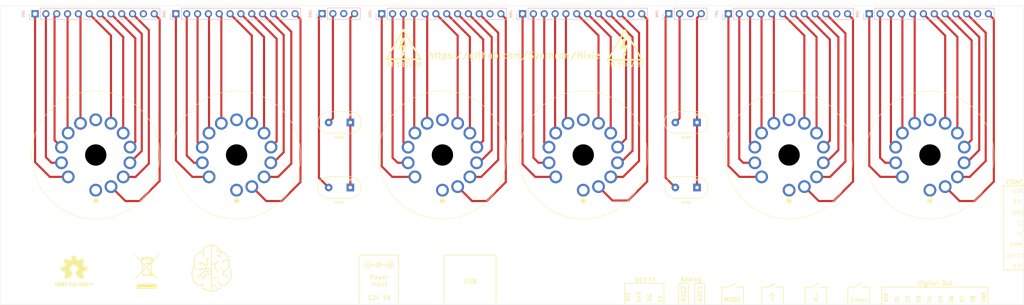
<source format=kicad_pcb>
(kicad_pcb (version 20240108) (generator "pcbnew") (generator_version "8.0")
  (layers (0 "F.Cu" signal) (31 "B.Cu" signal) (34 "B.Paste" user) (35 "F.Paste" user) (36 "B.SilkS" user "B.Silkscreen") (37 "F.SilkS" user "F.Silkscreen") (38 "B.Mask" user) (39 "F.Mask" user) (44 "Edge.Cuts" user))
  (net 0 "")
  (net 2 "Net-(J201-Pin_4)")
  (net 3 "Net-(J201-Pin_10)")
  (net 4 "Net-(J201-Pin_2)")
  (net 5 "Net-(J201-Pin_6)")
  (net 6 "Net-(J201-Pin_8)")
  (net 7 "Net-(J201-Pin_9)")
  (net 8 "Net-(J201-Pin_5)")
  (net 9 "Net-(J201-Pin_7)")
  (net 10 "Net-(J201-Pin_3)")
  (net 11 "Net-(J201-Pin_1)")
  (net 12 "Net-(J201-Pin_12)")
  (net 13 "Net-(J202-Pin_3)")
  (net 14 "Net-(J202-Pin_1)")
  (net 15 "Net-(J202-Pin_2)")
  (net 16 "Net-(J202-Pin_7)")
  (net 17 "Net-(J202-Pin_6)")
  (net 18 "Net-(J202-Pin_4)")
  (net 20 "Net-(J202-Pin_10)")
  (net 21 "Net-(J202-Pin_8)")
  (net 22 "Net-(J202-Pin_9)")
  (net 23 "Net-(J202-Pin_5)")
  (net 24 "Net-(J202-Pin_12)")
  (net 25 "Net-(J203-Pin_1)")
  (net 26 "Net-(J203-Pin_4)")
  (net 28 "Net-(J203-Pin_2)")
  (net 29 "Net-(J204-Pin_7)")
  (net 30 "Net-(J204-Pin_1)")
  (net 31 "Net-(J204-Pin_8)")
  (net 32 "Net-(J204-Pin_10)")
  (net 33 "Net-(J204-Pin_9)")
  (net 35 "Net-(J204-Pin_2)")
  (net 36 "Net-(J204-Pin_6)")
  (net 37 "Net-(J204-Pin_3)")
  (net 38 "Net-(J204-Pin_5)")
  (net 39 "Net-(J204-Pin_12)")
  (net 40 "Net-(J204-Pin_4)")
  (net 42 "Net-(J205-Pin_7)")
  (net 43 "Net-(J205-Pin_9)")
  (net 44 "Net-(J205-Pin_5)")
  (net 45 "Net-(J205-Pin_4)")
  (net 46 "Net-(J205-Pin_1)")
  (net 47 "Net-(J205-Pin_12)")
  (net 48 "Net-(J205-Pin_8)")
  (net 49 "Net-(J205-Pin_10)")
  (net 50 "Net-(J205-Pin_2)")
  (net 51 "Net-(J205-Pin_3)")
  (net 52 "Net-(J205-Pin_6)")
  (net 54 "Net-(J206-Pin_2)")
  (net 55 "Net-(J206-Pin_1)")
  (net 56 "Net-(J206-Pin_4)")
  (net 57 "Net-(J207-Pin_8)")
  (net 58 "Net-(J207-Pin_12)")
  (net 59 "Net-(J207-Pin_4)")
  (net 60 "Net-(J207-Pin_3)")
  (net 61 "Net-(J207-Pin_9)")
  (net 62 "Net-(J207-Pin_7)")
  (net 64 "Net-(J207-Pin_10)")
  (net 65 "Net-(J207-Pin_2)")
  (net 66 "Net-(J207-Pin_6)")
  (net 67 "Net-(J207-Pin_5)")
  (net 68 "Net-(J207-Pin_1)")
  (net 69 "Net-(J208-Pin_12)")
  (net 71 "Net-(J208-Pin_9)")
  (net 72 "Net-(J208-Pin_10)")
  (net 73 "Net-(J208-Pin_3)")
  (net 74 "Net-(J208-Pin_5)")
  (net 75 "Net-(J208-Pin_1)")
  (net 76 "Net-(J208-Pin_4)")
  (net 77 "Net-(J208-Pin_6)")
  (net 78 "Net-(J208-Pin_7)")
  (net 79 "Net-(J208-Pin_8)")
  (net 80 "Net-(J208-Pin_2)")
  (footprint "Symbol:WEEE-Logo_5.6x8mm_SilkScreen" (layer "F.Cu") (at 59.182 114.189)
    (property "Reference" "REF**" (hide yes))
    (property "Value" "WEEE-Logo_5.6x8mm_SilkScreen" (hide yes))
  )
  (footprint "Eigene:B13B" (layer "F.Cu") (at 80.266 86.883)
    (property "Reference" "U202")
    (property "Value" "Z5600M")
  )
  (footprint "MountingHole:MountingHole_3.2mm_M3_DIN965" (layer "F.Cu") (at 104.394 105.172)
    (property "Reference" "REF**" (hide yes))
    (property "Value" "MountingHole_3.2mm_M3_DIN965" (hide yes))
  )
  (footprint "Valve:Valve_Glimm" (layer "F.Cu") (at 188.216 79.263 180)
    (property "Reference" "NE203")
    (property "Value" "NE-2")
  )
  (footprint "Symbol:OSHW-Logo2_9.8x8mm_SilkScreen" (layer "F.Cu") (at 42.164 114.189)
    (property "Reference" "REF**" (hide yes))
    (property "Value" "OSHW-Logo2_9.8x8mm_SilkScreen" (hide yes))
  )
  (footprint "MountingHole:MountingHole_3.2mm_M3_DIN965" (layer "F.Cu") (at 185.801 105.172)
    (property "Reference" "REF**" (hide yes))
    (property "Value" "MountingHole_3.2mm_M3_DIN965" (hide yes))
  )
  (footprint "MountingHole:MountingHole_3.2mm_M3_DIN965" (layer "F.Cu") (at 27.874 118.883)
    (property "Reference" "REF**" (hide yes))
    (property "Value" "MountingHole_3.2mm_M3_DIN965" (hide yes))
  )
  (footprint "Symbol:Symbol_HighVoltage_Triangle_8x7mm_Copper" (layer "F.Cu") (at 171.323 61.103)
    (property "Reference" "REF**" (hide yes))
    (property "Value" "Symbol_HighVoltage_Triangle_8x7mm_Copper" (hide yes))
  )
  (footprint "MountingHole:MountingHole_3.2mm_M3_DIN965" (layer "F.Cu") (at 27.874 54.931)
    (property "Reference" "REF**" (hide yes))
    (property "Value" "MountingHole_3.2mm_M3_DIN965" (hide yes))
  )
  (footprint "Valve:Valve_Glimm" (layer "F.Cu") (at 188.216 94.503 180)
    (property "Reference" "NE204")
    (property "Value" "NE-2")
  )
  (footprint "Eigene:logo" (layer "F.Cu") (at 74.422 113.411)
    (property "Reference" "G***" (hide yes))
    (property "Value" "LOGO" (hide yes))
  )
  (footprint "Valve:Valve_Glimm" (layer "F.Cu") (at 106.936 94.503 180)
    (property "Reference" "NE202")
    (property "Value" "NE-2")
  )
  (footprint "Eigene:B13B" (layer "F.Cu") (at 242.826 86.883)
    (property "Reference" "U206")
    (property "Value" "Z5600M")
  )
  (footprint "Valve:Valve_Glimm" (layer "F.Cu") (at 106.936 79.263 180)
    (property "Reference" "NE201")
    (property "Value" "NE-2")
  )
  (footprint "Eigene:B13B" (layer "F.Cu") (at 209.806 86.883)
    (property "Reference" "U205")
    (property "Value" "Z5600M")
  )
  (footprint "MountingHole:MountingHole_3.2mm_M3_DIN965" (layer "F.Cu") (at 261.826 54.931)
    (property "Reference" "REF**" (hide yes))
    (property "Value" "MountingHole_3.2mm_M3_DIN965" (hide yes))
  )
  (footprint "MountingHole:MountingHole_3.2mm_M3_DIN965" (layer "F.Cu") (at 261.826 118.883)
    (property "Reference" "REF**" (hide yes))
    (property "Value" "MountingHole_3.2mm_M3_DIN965" (hide yes))
  )
  (footprint "MountingHole:MountingHole_3.2mm_M3_DIN965" (layer "F.Cu") (at 145.73 118.883)
    (property "Reference" "REF**" (hide yes))
    (property "Value" "MountingHole_3.2mm_M3_DIN965" (hide yes))
  )
  (footprint "Eigene:B13B" (layer "F.Cu") (at 161.546 86.883)
    (property "Reference" "U204")
    (property "Value" "Z5600M")
  )
  (footprint "Eigene:B13B" (layer "F.Cu") (at 47.246 86.883)
    (property "Reference" "U201")
    (property "Value" "Z5600M")
  )
  (footprint "Eigene:B13B" (layer "F.Cu") (at 128.526 86.883)
    (property "Reference" "U203")
    (property "Value" "Z5600M")
  )
  (footprint "Symbol:Symbol_HighVoltage_Triangle_8x7mm_Copper" (layer "F.Cu") (at 119.38 60.976)
    (property "Reference" "REF**" (hide yes))
    (property "Value" "Symbol_HighVoltage_Triangle_8x7mm_Copper" (hide yes))
  )
  (footprint "Connector_PinSocket_2.54mm:PinSocket_1x12_P2.54mm_Vertical" (layer "B.Cu") (at 33.02 53.788 -90)
    (property "Reference" "J201")
    (property "Value" "Hr_Ten")
  )
  (footprint "Connector_PinSocket_2.54mm:PinSocket_1x12_P2.54mm_Vertical" (layer "B.Cu") (at 228.6 53.788 -90)
    (property "Reference" "J208")
    (property "Value" "Sec_One")
  )
  (footprint "Connector_PinSocket_2.54mm:PinSocket_1x04_P2.54mm_Vertical" (layer "B.Cu") (at 181.59 53.763 -90)
    (property "Reference" "J206")
    (property "Value" "Min_dot")
  )
  (footprint "Connector_PinSocket_2.54mm:PinSocket_1x12_P2.54mm_Vertical" (layer "B.Cu") (at 66.04 53.788 -90)
    (property "Reference" "J202")
    (property "Value" "Hr_One")
  )
  (footprint "Connector_PinSocket_2.54mm:PinSocket_1x12_P2.54mm_Vertical" (layer "B.Cu") (at 114.3 53.788 -90)
    (property "Reference" "J204")
    (property "Value" "Min_Ten")
  )
  (footprint "Connector_PinSocket_2.54mm:PinSocket_1x04_P2.54mm_Vertical" (layer "B.Cu") (at 100.31 53.738 -90)
    (property "Reference" "J203")
    (property "Value" "Min_dot")
  )
  (footprint "Connector_PinSocket_2.54mm:PinSocket_1x12_P2.54mm_Vertical" (layer "B.Cu") (at 147.32 53.788 -90)
    (property "Reference" "J205")
    (property "Value" "Min_One")
  )
  (footprint "Connector_PinSocket_2.54mm:PinSocket_1x12_P2.54mm_Vertical" (layer "B.Cu") (at 195.58 53.788 -90)
    (property "Reference" "J207")
    (property "Value" "Sec_Ten")
  )
  (gr_line (start 128.905 110.379) (end 141.097 110.379) (stroke (width 0.15)) (layer "F.SilkS"))
  (gr_line (start 195.453 117.872) (end 197.231 116.983) (stroke (width 0.15)) (layer "F.SilkS"))
  (gr_line (start 205.867 119.142) (end 206.502 120.031) (stroke (width 0.15)) (layer "F.SilkS"))
  (gr_line (start 199.136 117.872) (end 199.136 121.809) (stroke (width 0.15)) (layer "F.SilkS"))
  (gr_line (start 112.94658 112.665) (end 111.76 112.665) (stroke (width 0.15)) (layer "F.SilkS"))
  (gr_line (start 118.237 110.379) (end 118.237 121.793) (stroke (width 0.15)) (layer "F.SilkS"))
  (gr_line (start 183.896 121.809) (end 183.896 116.983) (stroke (width 0.15)) (layer "F.SilkS"))
  (gr_line (start 223.5835 117.872) (end 224.9805 117.872) (stroke (width 0.15)) (layer "F.SilkS"))
  (gr_line (start 197.485 117.872) (end 199.136 117.872) (stroke (width 0.15)) (layer "F.SilkS"))
  (gr_line (start 214.9475 117.872) (end 216.7255 116.983) (stroke (width 0.15)) (layer "F.SilkS"))
  (gr_line (start 231.521 121.936) (end 231.521 117.872) (stroke (width 0.15)) (layer "F.SilkS"))
  (gr_line (start 206.8195 117.872) (end 208.4705 117.872) (stroke (width 0.15)) (layer "F.SilkS"))
  (gr_line (start 227.0125 117.872) (end 228.6635 117.872) (stroke (width 0.15)) (layer "F.SilkS"))
  (gr_line (start 205.867 121.174) (end 205.867 119.142) (stroke (width 0.15)) (layer "F.SilkS"))
  (gr_line (start 186.182 116.983) (end 186.182 121.809) (stroke (width 0.15)) (layer "F.SilkS"))
  (gr_line (start 260.096 113.808) (end 260.096 94.123) (stroke (width 0.15)) (layer "F.SilkS"))
  (gr_line (start 216.154 121.174) (end 215.519 120.285) (stroke (width 0.15)) (layer "F.SilkS"))
  (gr_line (start 224.9805 117.872) (end 226.7585 116.983) (stroke (width 0.15)) (layer "F.SilkS"))
  (gr_circle (center 110.998 112.665) (end 110.236 112.665) (stroke (width 0.15)) (fill none) (layer "F.SilkS"))
  (gr_line (start 108.966 110.379) (end 108.966 121.793) (stroke (width 0.15)) (layer "F.SilkS"))
  (gr_line (start 256.413 117.872) (end 256.413 121.809) (stroke (width 0.15)) (layer "F.SilkS"))
  (gr_circle (center 113.665 112.665) (end 113.965 112.665) (stroke (width 0.15)) (fill solid) (layer "F.SilkS"))
  (gr_line (start 231.521 117.872) (end 256.413 117.872) (stroke (width 0.15)) (layer "F.SilkS"))
  (gr_line (start 264.795 113.808) (end 260.096 113.808) (stroke (width 0.15)) (layer "F.SilkS"))
  (gr_line (start 171.196 116.983) (end 180.467 116.983) (stroke (width 0.15)) (layer "F.SilkS"))
  (gr_line (start 194.056 117.872) (end 195.453 117.872) (stroke (width 0.15)) (layer "F.SilkS"))
  (gr_line (start 223.5835 121.809) (end 223.5835 117.872) (stroke (width 0.15)) (layer "F.SilkS"))
  (gr_line (start 187.706 121.809) (end 187.706 116.983) (stroke (width 0.15)) (layer "F.SilkS"))
  (gr_line (start 180.467 116.983) (end 180.467 121.809) (stroke (width 0.15)) (layer "F.SilkS"))
  (gr_line (start 128.905 110.379) (end 128.905 121.809) (stroke (width 0.15)) (layer "F.SilkS"))
  (gr_line (start 203.3905 117.872) (end 204.7875 117.872) (stroke (width 0.15)) (layer "F.SilkS"))
  (gr_line (start 260.096 94.123) (end 264.795 94.123) (stroke (width 0.15)) (layer "F.SilkS"))
  (gr_line (start 216.154 119.142) (end 216.154 121.174) (stroke (width 0.15)) (layer "F.SilkS"))
  (gr_line (start 171.196 121.809) (end 171.196 116.983) (stroke (width 0.15)) (layer "F.SilkS"))
  (gr_circle (center 116.332 112.665) (end 115.57 112.665) (stroke (width 0.15)) (fill none) (layer "F.SilkS"))
  (gr_line (start 187.706 116.983) (end 189.992 116.983) (stroke (width 0.15)) (layer "F.SilkS"))
  (gr_line (start 113.665 112.665) (end 115.57 112.665) (stroke (width 0.15)) (layer "F.SilkS"))
  (gr_line (start 194.056 121.809) (end 194.056 117.872) (stroke (width 0.15)) (layer "F.SilkS"))
  (gr_line (start 189.992 116.983) (end 189.992 121.809) (stroke (width 0.15)) (layer "F.SilkS"))
  (gr_line (start 203.3905 121.809) (end 203.3905 117.872) (stroke (width 0.15)) (layer "F.SilkS"))
  (gr_line (start 183.896 116.983) (end 186.182 116.983) (stroke (width 0.15)) (layer "F.SilkS"))
  (gr_line (start 228.6635 117.872) (end 228.6635 121.809) (stroke (width 0.15)) (layer "F.SilkS"))
  (gr_line (start 216.154 121.174) (end 216.789 120.285) (stroke (width 0.15)) (layer "F.SilkS"))
  (gr_line (start 204.7875 117.872) (end 206.5655 116.983) (stroke (width 0.15)) (layer "F.SilkS"))
  (gr_line (start 205.867 119.142) (end 205.232 120.031) (stroke (width 0.15)) (layer "F.SilkS"))
  (gr_line (start 218.6305 117.872) (end 218.6305 121.809) (stroke (width 0.15)) (layer "F.SilkS"))
  (gr_line (start 108.966 110.379) (end 118.237 110.379) (stroke (width 0.15)) (layer "F.SilkS"))
  (gr_line (start 141.097 110.379) (end 141.097 121.809) (stroke (width 0.15)) (layer "F.SilkS"))
  (gr_line (start 213.5505 121.809) (end 213.5505 117.872) (stroke (width 0.15)) (layer "F.SilkS"))
  (gr_arc (start 114.173 113.046) (mid 113.03 112.665) (end 114.173 112.284) (stroke (width 0.15)) (layer "F.SilkS"))
  (gr_line (start 213.5505 117.872) (end 214.9475 117.872) (stroke (width 0.15)) (layer "F.SilkS"))
  (gr_line (start 208.4705 117.872) (end 208.4705 121.809) (stroke (width 0.15)) (layer "F.SilkS"))
  (gr_line (start 216.9795 117.872) (end 218.6305 117.872) (stroke (width 0.15)) (layer "F.SilkS"))
  (gr_line (start 24.826 51.883) (end 264.826 51.883) (stroke (width 0.05)) (layer "Edge.Cuts"))
  (gr_line (start 264.826 121.883) (end 24.826 121.883) (stroke (width 0.05)) (layer "Edge.Cuts"))
  (gr_line (start 24.826 121.883) (end 24.826 51.883) (stroke (width 0.05)) (layer "Edge.Cuts"))
  (gr_line (start 264.826 51.883) (end 264.826 121.883) (stroke (width 0.05)) (layer "Edge.Cuts"))
  (gr_text "MODE" (at 194.437 121.428 0) (layer "F.SilkS") (effects (font (size 1 1)) (justify left bottom)))
  (gr_text "+" (at 115.631415 113.19153 0) (layer "F.SilkS") (effects (font (size 1 1)) (justify left bottom)))
  (gr_text "T2" (at 263.144 103.394 0) (layer "F.SilkS") (effects (font (size 0.8 0.8) (thickness 0.1)) (justify left bottom)))
  (gr_text "3V3\n\nGND\n\nSIG\n\nEN" (at 180.086 121.428 90) (layer "F.SilkS") (effects (font (size 0.79 0.79)) (justify left bottom)))
  (gr_text "DCF77" (at 173.609 116.856 0) (layer "F.SilkS") (effects (font (size 1 1)) (justify left bottom)))
  (gr_text "DIMM" (at 261.493 108.347 0) (layer "F.SilkS") (effects (font (size 0.8 0.8) (thickness 0.1)) (justify left bottom)))
  (gr_text "USB" (at 133.477 117.11 0) (layer "F.SilkS") (effects (font (size 1 1)) (justify left bottom)))
  (gr_text "ADC1" (at 189.484 121.428 90) (layer "F.SilkS") (effects (font (size 1 1)) (justify left bottom)))
  (gr_text "RTC" (at 262.255 98.314 0) (layer "F.SilkS") (effects (font (size 0.8 0.8) (thickness 0.1)) (justify left bottom)))
  (gr_text "CONF" (at 260.604 93.869 0) (layer "F.SilkS") (effects (font (size 1 1)) (justify left bottom)))
  (gr_text "3V3\n\nO1\n\nO2\n\nO3\n\nO4\n\nO5\n\nO6\n\nO7\n\nO8\n\nGND" (at 255.905 121.555 90) (layer "F.SilkS") (effects (font (size 0.79 0.78)) (justify left bottom)))
  (gr_text "Digital Out" (at 239.903 117.491 0) (layer "F.SilkS") (effects (font (size 1 1)) (justify left bottom)))
  (gr_text "USB" (at 262.128 95.774 0) (layer "F.SilkS") (effects (font (size 0.8 0.8) (thickness 0.1)) (justify left bottom)))
  (gr_text "T1" (at 263.144 105.934 0) (layer "F.SilkS") (effects (font (size 0.8 0.8) (thickness 0.1)) (justify left bottom)))
  (gr_text "LDR2" (at 261.62 100.854 0) (layer "F.SilkS") (effects (font (size 0.8 0.8) (thickness 0.1)) (justify left bottom)))
  (gr_text "Power\nInput\n\n12V 1A" (at 113.665 120.92 0) (layer "F.SilkS") (effects (font (size 1 1)) (justify bottom)))
  (gr_text "-" (at 110.316519 113.150223 0) (layer "F.SilkS") (effects (font (size 1 1)) (justify left bottom)))
  (gr_text "DCF77" (at 260.731 111.014 0) (layer "F.SilkS") (effects (font (size 0.8 0.8) (thickness 0.1)) (justify left bottom)))
  (gr_text "!!! 180V !!!" (at 167.386 66.31 0) (layer "F.SilkS") (effects (font (size 1 1)) (justify left bottom)))
  (gr_text "https://github.com/Synthron/Nixie" (at 125.095 64.405 0) (layer "F.SilkS") (effects (font (size 1.5 1.5) (thickness 0.2)) (justify left bottom)))
  (gr_text "Analog" (at 184.277 116.602 0) (layer "F.SilkS") (effects (font (size 1 1)) (justify left bottom)))
  (gr_text "NTP" (at 262.128 113.427 0) (layer "F.SilkS") (effects (font (size 0.8 0.8) (thickness 0.1)) (justify left bottom)))
  (gr_text "!!! 180V !!!" (at 115.443 66.31 0) (layer "F.SilkS") (effects (font (size 1 1)) (justify left bottom)))
  (gr_text "ADC2" (at 185.674 121.428 90) (layer "F.SilkS") (effects (font (size 1 1)) (justify left bottom)))
  (gr_text "Enter" (at 224.155 121.555 0) (layer "F.SilkS") (effects (font (size 1 1)) (justify left bottom)))
  (segment (start 40.64 81.588982) (end 40.78734 81.736322) (width 0.5) (layer "F.Cu") (net 2))
  (segment (start 40.64 53.788) (end 40.64 81.588982) (width 0.5) (layer "F.Cu") (net 2))
  (segment (start 59.69 88.916) (end 56.590441 92.015559) (width 0.5) (layer "F.Cu") (net 3))
  (segment (start 55.88 53.788) (end 59.69 57.598) (width 0.5) (layer "F.Cu") (net 3))
  (segment (start 56.590441 92.015559) (end 53.692803 92.015559) (width 0.5) (layer "F.Cu") (net 3))
  (segment (start 59.69 57.598) (end 59.69 88.916) (width 0.5) (layer "F.Cu") (net 3))
  (segment (start 35.56 53.788) (end 35.56 87.392) (width 0.5) (layer "F.Cu") (net 4))
  (segment (start 36.874881 88.706881) (end 39.212908 88.706881) (width 0.5) (layer "F.Cu") (net 4))
  (segment (start 35.56 87.392) (end 36.874881 88.706881) (width 0.5) (layer "F.Cu") (net 4))
  (segment (start 50.820421 79.450924) (end 50.820421 58.888421) (width 0.5) (layer "F.Cu") (net 5))
  (segment (start 50.820421 58.888421) (end 45.72 53.788) (width 0.5) (layer "F.Cu") (net 5))
  (segment (start 56.515 59.503) (end 56.515 83.8233) (width 0.5) (layer "F.Cu") (net 6))
  (segment (start 50.8 53.788) (end 56.515 59.503) (width 0.5) (layer "F.Cu") (net 6))
  (segment (start 56.515 83.8233) (end 55.309042 85.029258) (width 0.5) (layer "F.Cu") (net 6))
  (segment (start 58.039 58.487) (end 58.039 85.933672) (width 0.5) (layer "F.Cu") (net 7))
  (segment (start 53.34 53.788) (end 58.039 58.487) (width 0.5) (layer "F.Cu") (net 7))
  (segment (start 58.039 85.933672) (end 55.265488 88.707184) (width 0.5) (layer "F.Cu") (net 7))
  (segment (start 43.670445 54.278445) (end 43.18 53.788) (width 0.5) (layer "F.Cu") (net 8))
  (segment (start 43.670445 79.455147) (end 43.670445 54.278445) (width 0.5) (layer "F.Cu") (net 8))
  (segment (start 48.26 53.788) (end 53.68449 59.21249) (width 0.5) (layer "F.Cu") (net 9))
  (segment (start 53.68449 59.21249) (end 53.68449 81.751252) (width 0.5) (layer "F.Cu") (net 9))
  (segment (start 38.1 53.788) (end 37.592 54.296) (width 0.5) (layer "F.Cu") (net 10))
  (segment (start 37.592 83.430808) (end 39.20732 85.046128) (width 0.5) (layer "F.Cu") (net 10))
  (segment (start 37.592 54.296) (end 37.592 83.430808) (width 0.5) (layer "F.Cu") (net 10))
  (segment (start 33.02 53.788) (end 33.02 88.554345) (width 0.5) (layer "F.Cu") (net 11))
  (segment (start 36.479398 92.013743) (end 40.799942 92.013743) (width 0.5) (layer "F.Cu") (net 11))
  (segment (start 33.02 88.554345) (end 36.479398 92.013743) (width 0.5) (layer "F.Cu") (net 11))
  (segment (start 62.23 92.98) (end 57.531 97.679) (width 0.5) (layer "F.Cu") (net 12))
  (segment (start 57.531 97.679) (end 54.203816 97.679) (width 0.5) (layer "F.Cu") (net 12))
  (segment (start 62.23 55.058) (end 62.23 92.98) (width 0.5) (layer "F.Cu") (net 12))
  (segment (start 54.203816 97.679) (end 50.826405 94.301589) (width 0.5) (layer "F.Cu") (net 12))
  (segment (start 60.96 53.788) (end 62.23 55.058) (width 0.5) (layer "F.Cu") (net 12))
  (segment (start 72.22732 85.046128) (end 71.12 83.938808) (width 0.5) (layer "F.Cu") (net 13))
  (segment (start 71.12 83.938808) (end 71.12 53.788) (width 0.5) (layer "F.Cu") (net 13))
  (segment (start 73.819942 92.013743) (end 69.899743 92.013743) (width 0.5) (layer "F.Cu") (net 14))
  (segment (start 66.04 88.154) (end 66.04 53.788) (width 0.5) (layer "F.Cu") (net 14))
  (segment (start 69.899743 92.013743) (end 66.04 88.154) (width 0.5) (layer "F.Cu") (net 14))
  (segment (start 68.58 87.011) (end 68.58 53.788) (width 0.5) (layer "F.Cu") (net 15))
  (segment (start 72.232908 88.706881) (end 70.275881 88.706881) (width 0.5) (layer "F.Cu") (net 15))
  (segment (start 70.275881 88.706881) (end 68.58 87.011) (width 0.5) (layer "F.Cu") (net 15))
  (segment (start 86.70449 59.21249) (end 86.70449 81.751252) (width 0.5) (layer "F.Cu") (net 16))
  (segment (start 81.28 53.788) (end 86.70449 59.21249) (width 0.5) (layer "F.Cu") (net 16))
  (segment (start 83.840421 79.450924) (end 83.840421 58.888421) (width 0.5) (layer "F.Cu") (net 17))
  (segment (start 83.840421 58.888421) (end 78.74 53.788) (width 0.5) (layer "F.Cu") (net 17))
  (segment (start 73.80734 53.93534) (end 73.66 53.788) (width 0.5) (layer "F.Cu") (net 18))
  (segment (start 73.80734 81.736322) (end 73.80734 53.93534) (width 0.5) (layer "F.Cu") (net 18))
  (segment (start 88.9 53.788) (end 93.091 57.979) (width 0.5) (layer "F.Cu") (net 20))
  (segment (start 93.091 57.979) (end 93.091 88.916) (width 0.5) (layer "F.Cu") (net 20))
  (segment (start 89.991441 92.015559) (end 86.712803 92.015559) (width 0.5) (layer "F.Cu") (net 20))
  (segment (start 93.091 88.916) (end 89.991441 92.015559) (width 0.5) (layer "F.Cu") (net 20))
  (segment (start 89.662 83.6963) (end 88.329042 85.029258) (width 0.5) (layer "F.Cu") (net 21))
  (segment (start 83.82 53.788) (end 89.662 59.63) (width 0.5) (layer "F.Cu") (net 21))
  (segment (start 89.662 59.63) (end 89.662 83.6963) (width 0.5) (layer "F.Cu") (net 21))
  (segment (start 91.313 86.249) (end 88.854816 88.707184) (width 0.5) (layer "F.Cu") (net 22))
  (segment (start 88.854816 88.707184) (end 88.285488 88.707184) (width 0.5) (layer "F.Cu") (net 22))
  (segment (start 91.313 58.741) (end 91.313 86.249) (width 0.5) (layer "F.Cu") (net 22))
  (segment (start 86.36 53.788) (end 91.313 58.741) (width 0.5) (layer "F.Cu") (net 22))
  (segment (start 76.690445 79.455147) (end 76.690445 54.278445) (width 0.5) (layer "F.Cu") (net 23))
  (segment (start 76.690445 54.278445) (end 76.2 53.788) (width 0.5) (layer "F.Cu") (net 23))
  (segment (start 95.25 93.234) (end 90.805 97.679) (width 0.5) (layer "F.Cu") (net 24))
  (segment (start 87.223816 97.679) (end 83.846405 94.301589) (width 0.5) (layer "F.Cu") (net 24))
  (segment (start 90.805 97.679) (end 87.223816 97.679) (width 0.5) (layer "F.Cu") (net 24))
  (segment (start 95.25 55.058) (end 95.25 93.234) (width 0.5) (layer "F.Cu") (net 24))
  (segment (start 93.98 53.788) (end 95.25 55.058) (width 0.5) (layer "F.Cu") (net 24))
  (segment (start 99.568 54.48) (end 99.568 92.215) (width 0.5) (layer "F.Cu") (net 25))
  (segment (start 99.568 92.215) (end 101.856 94.503) (width 0.5) (layer "F.Cu") (net 25))
  (segment (start 100.31 53.738) (end 99.568 54.48) (width 0.5) (layer "F.Cu") (net 25))
  (segment (start 106.936 94.503) (end 106.936 54.732) (width 0.5) (layer "F.Cu") (net 26))
  (segment (start 106.936 54.732) (end 107.93 53.738) (width 0.5) (layer "F.Cu") (net 26))
  (segment (start 102.85 53.738) (end 102.85 78.269) (width 0.5) (layer "F.Cu") (net 28))
  (segment (start 102.85 78.269) (end 101.856 79.263) (width 0.5) (layer "F.Cu") (net 28))
  (segment (start 134.96449 59.21249) (end 134.96449 81.751252) (width 0.5) (layer "F.Cu") (net 29))
  (segment (start 129.54 53.788) (end 134.96449 59.21249) (width 0.5) (layer "F.Cu") (net 29))
  (segment (start 114.3 89.551) (end 116.762743 92.013743) (width 0.5) (layer "F.Cu") (net 30))
  (segment (start 116.762743 92.013743) (end 122.079942 92.013743) (width 0.5) (layer "F.Cu") (net 30))
  (segment (start 114.3 53.788) (end 114.3 89.551) (width 0.5) (layer "F.Cu") (net 30))
  (segment (start 132.08 53.788) (end 138.089042 59.797042) (width 0.5) (layer "F.Cu") (net 31))
  (segment (start 138.089042 83.529258) (end 136.589042 85.029258) (width 0.5) (layer "F.Cu") (net 31))
  (segment (start 138.089042 59.797042) (end 138.089042 83.529258) (width 0.5) (layer "F.Cu") (net 31))
  (segment (start 141.605 88.027) (end 137.616441 92.015559) (width 0.5) (layer "F.Cu") (net 32))
  (segment (start 141.605 58.233) (end 141.605 88.027) (width 0.5) (layer "F.Cu") (net 32))
  (segment (start 137.616441 92.015559) (end 134.972803 92.015559) (width 0.5) (layer "F.Cu") (net 32))
  (segment (start 137.16 53.788) (end 141.605 58.233) (width 0.5) (layer "F.Cu") (net 32))
  (segment (start 137.114816 88.707184) (end 136.545488 88.707184) (width 0.5) (layer "F.Cu") (net 33))
  (segment (start 134.62 53.788) (end 140.081 59.249) (width 0.5) (layer "F.Cu") (net 33))
  (segment (start 140.081 85.741) (end 137.114816 88.707184) (width 0.5) (layer "F.Cu") (net 33))
  (segment (start 140.081 59.249) (end 140.081 85.741) (width 0.5) (layer "F.Cu") (net 33))
  (segment (start 116.84 53.788) (end 116.84 87.519) (width 0.5) (layer "F.Cu") (net 35))
  (segment (start 118.027881 88.706881) (end 120.492908 88.706881) (width 0.5) (layer "F.Cu") (net 35))
  (segment (start 116.84 87.519) (end 118.027881 88.706881) (width 0.5) (layer "F.Cu") (net 35))
  (segment (start 132.100421 58.888421) (end 127 53.788) (width 0.5) (layer "F.Cu") (net 36))
  (segment (start 132.100421 79.450924) (end 132.100421 58.888421) (width 0.5) (layer "F.Cu") (net 36))
  (segment (start 119.38 53.788) (end 119.38 83.938808) (width 0.5) (layer "F.Cu") (net 37))
  (segment (start 119.38 83.938808) (end 120.48732 85.046128) (width 0.5) (layer "F.Cu") (net 37))
  (segment (start 124.950445 54.278445) (end 124.46 53.788) (width 0.5) (layer "F.Cu") (net 38))
  (segment (start 124.950445 79.455147) (end 124.950445 54.278445) (width 0.5) (layer "F.Cu") (net 38))
  (segment (start 135.483816 97.679) (end 132.106405 94.301589) (width 0.5) (layer "F.Cu") (net 39))
  (segment (start 143.383 93.234) (end 138.938 97.679) (width 0.5) (layer "F.Cu") (net 39))
  (segment (start 143.383 54.931) (end 143.383 93.234) (width 0.5) (layer "F.Cu") (net 39))
  (segment (start 138.938 97.679) (end 135.483816 97.679) (width 0.5) (layer "F.Cu") (net 39))
  (segment (start 142.24 53.788) (end 143.383 54.931) (width 0.5) (layer "F.Cu") (net 39))
  (segment (start 121.92 81.588982) (end 122.06734 81.736322) (width 0.5) (layer "F.Cu") (net 40))
  (segment (start 121.92 53.788) (end 121.92 81.588982) (width 0.5) (layer "F.Cu") (net 40))
  (segment (start 162.56 53.788) (end 167.98449 59.21249) (width 0.5) (layer "F.Cu") (net 42))
  (segment (start 167.98449 59.21249) (end 167.98449 81.751252) (width 0.5) (layer "F.Cu") (net 42))
  (segment (start 173.101 59.249) (end 173.101 85.868) (width 0.5) (layer "F.Cu") (net 43))
  (segment (start 167.64 53.788) (end 173.101 59.249) (width 0.5) (layer "F.Cu") (net 43))
  (segment (start 170.261816 88.707184) (end 169.565488 88.707184) (width 0.5) (layer "F.Cu") (net 43))
  (segment (start 173.101 85.868) (end 170.261816 88.707184) (width 0.5) (layer "F.Cu") (net 43))
  (segment (start 157.48 78.964702) (end 157.970445 79.455147) (width 0.5) (layer "F.Cu") (net 44))
  (segment (start 157.48 53.788) (end 157.48 78.964702) (width 0.5) (layer "F.Cu") (net 44))
  (segment (start 154.94 53.788) (end 154.94 81.588982) (width 0.5) (layer "F.Cu") (net 45))
  (segment (start 154.94 81.588982) (end 155.08734 81.736322) (width 0.5) (layer "F.Cu") (net 45))
  (segment (start 147.32 53.788) (end 147.32 89.043) (width 0.5) (layer "F.Cu") (net 46))
  (segment (start 150.290743 92.013743) (end 155.099942 92.013743) (width 0.5) (layer "F.Cu") (net 46))
  (segment (start 147.32 89.043) (end 150.290743 92.013743) (width 0.5) (layer "F.Cu") (net 46))
  (segment (start 175.26 53.788) (end 176.53 55.058) (width 0.5) (layer "F.Cu") (net 47))
  (segment (start 172.085 97.552) (end 168.376816 97.552) (width 0.5) (layer "F.Cu") (net 47))
  (segment (start 168.376816 97.552) (end 165.126405 94.301589) (width 0.5) (layer "F.Cu") (net 47))
  (segment (start 176.53 55.058) (end 176.53 93.107) (width 0.5) (layer "F.Cu") (net 47))
  (segment (start 176.53 93.107) (end 172.085 97.552) (width 0.5) (layer "F.Cu") (net 47))
  (segment (start 171.577 83.0613) (end 169.609042 85.029258) (width 0.5) (layer "F.Cu") (net 48))
  (segment (start 171.577 60.265) (end 171.577 83.0613) (width 0.5) (layer "F.Cu") (net 48))
  (segment (start 165.1 53.788) (end 171.577 60.265) (width 0.5) (layer "F.Cu") (net 48))
  (segment (start 174.625 58.233) (end 174.625 88.281) (width 0.5) (layer "F.Cu") (net 49))
  (segment (start 174.625 88.281) (end 170.890441 92.015559) (width 0.5) (layer "F.Cu") (net 49))
  (segment (start 170.890441 92.015559) (end 167.992803 92.015559) (width 0.5) (layer "F.Cu") (net 49))
  (segment (start 170.18 53.788) (end 174.625 58.233) (width 0.5) (layer "F.Cu") (net 49))
  (segment (start 153.512908 88.706881) (end 151.047881 88.706881) (width 0.5) (layer "F.Cu") (net 50))
  (segment (start 151.047881 88.706881) (end 149.86 87.519) (width 0.5) (layer "F.Cu") (net 50))
  (segment (start 149.86 87.519) (end 149.86 53.788) (width 0.5) (layer "F.Cu") (net 50))
  (segment (start 152.4 53.788) (end 152.4 83.938808) (width 0.5) (layer "F.Cu") (net 51))
  (segment (start 152.4 83.938808) (end 153.50732 85.046128) (width 0.5) (layer "F.Cu") (net 51))
  (segment (start 165.120421 58.888421) (end 165.120421 79.450924) (width 0.5) (layer "F.Cu") (net 52))
  (segment (start 160.02 53.788) (end 165.120421 58.888421) (width 0.5) (layer "F.Cu") (net 52))
  (segment (start 184.13 53.763) (end 184.13 78.269) (width 0.5) (layer "F.Cu") (net 54))
  (segment (start 184.13 78.269) (end 183.136 79.263) (width 0.5) (layer "F.Cu") (net 54))
  (segment (start 181.59 53.763) (end 180.848 54.505) (width 0.5) (layer "F.Cu") (net 55))
  (segment (start 180.848 92.215) (end 183.136 94.503) (width 0.5) (layer "F.Cu") (net 55))
  (segment (start 180.848 54.505) (end 180.848 92.215) (width 0.5) (layer "F.Cu") (net 55))
  (segment (start 188.216 94.503) (end 188.216 54.757) (width 0.5) (layer "F.Cu") (net 56))
  (segment (start 188.216 54.757) (end 189.21 53.763) (width 0.5) (layer "F.Cu") (net 56))
  (segment (start 219.369042 83.529258) (end 217.869042 85.029258) (width 0.5) (layer "F.Cu") (net 57))
  (segment (start 219.369042 59.797042) (end 219.369042 83.529258) (width 0.5) (layer "F.Cu") (net 57))
  (segment (start 213.36 53.788) (end 219.369042 59.797042) (width 0.5) (layer "F.Cu") (net 57))
  (segment (start 216.763816 97.679) (end 213.386405 94.301589) (width 0.5) (layer "F.Cu") (net 58))
  (segment (start 224.79 55.058) (end 224.79 93.107) (width 0.5) (layer "F.Cu") (net 58))
  (segment (start 220.218 97.679) (end 216.763816 97.679) (width 0.5) (layer "F.Cu") (net 58))
  (segment (start 223.52 53.788) (end 224.79 55.058) (width 0.5) (layer "F.Cu") (net 58))
  (segment (start 224.79 93.107) (end 220.218 97.679) (width 0.5) (layer "F.Cu") (net 58))
  (segment (start 203.34734 81.736322) (end 203.34734 53.93534) (width 0.5) (layer "F.Cu") (net 59))
  (segment (start 203.34734 53.93534) (end 203.2 53.788) (width 0.5) (layer "F.Cu") (net 59))
  (segment (start 201.76732 85.046128) (end 200.66 83.938808) (width 0.5) (layer "F.Cu") (net 60))
  (segment (start 200.66 83.938808) (end 200.66 53.788) (width 0.5) (layer "F.Cu") (net 60))
  (segment (start 215.9 53.788) (end 221.361 59.249) (width 0.5) (layer "F.Cu") (net 61))
  (segment (start 221.361 85.741) (end 218.394816 88.707184) (width 0.5) (layer "F.Cu") (net 61))
  (segment (start 218.394816 88.707184) (end 217.825488 88.707184) (width 0.5) (layer "F.Cu") (net 61))
  (segment (start 221.361 59.249) (end 221.361 85.741) (width 0.5) (layer "F.Cu") (net 61))
  (segment (start 216.24449 59.21249) (end 216.24449 81.751252) (width 0.5) (layer "F.Cu") (net 62))
  (segment (start 210.82 53.788) (end 216.24449 59.21249) (width 0.5) (layer "F.Cu") (net 62))
  (segment (start 219.404441 92.015559) (end 216.252803 92.015559) (width 0.5) (layer "F.Cu") (net 64))
  (segment (start 218.44 53.788) (end 223.012 58.36) (width 0.5) (layer "F.Cu") (net 64))
  (segment (start 223.012 88.408) (end 219.404441 92.015559) (width 0.5) (layer "F.Cu") (net 64))
  (segment (start 223.012 58.36) (end 223.012 88.408) (width 0.5) (layer "F.Cu") (net 64))
  (segment (start 199.053881 88.706881) (end 198.12 87.773) (width 0.5) (layer "F.Cu") (net 65))
  (segment (start 201.772908 88.706881) (end 199.053881 88.706881) (width 0.5) (layer "F.Cu") (net 65))
  (segment (start 198.12 87.773) (end 198.12 53.788) (width 0.5) (layer "F.Cu") (net 65))
  (segment (start 213.380421 58.888421) (end 208.28 53.788) (width 0.5) (layer "F.Cu") (net 66))
  (segment (start 213.380421 79.450924) (end 213.380421 58.888421) (width 0.5) (layer "F.Cu") (net 66))
  (segment (start 206.230445 54.278445) (end 205.74 53.788) (width 0.5) (layer "F.Cu") (net 67))
  (segment (start 206.230445 79.455147) (end 206.230445 54.278445) (width 0.5) (layer "F.Cu") (net 67))
  (segment (start 195.58 53.788) (end 195.58 89.424) (width 0.5) (layer "F.Cu") (net 68))
  (segment (start 198.169743 92.013743) (end 203.359942 92.013743) (width 0.5) (layer "F.Cu") (net 68))
  (segment (start 195.58 89.424) (end 198.169743 92.013743) (width 0.5) (layer "F.Cu") (net 68))
  (segment (start 249.783816 97.679) (end 246.406405 94.301589) (width 0.5) (layer "F.Cu") (net 69))
  (segment (start 256.54 53.788) (end 257.81 55.058) (width 0.5) (layer "F.Cu") (net 69))
  (segment (start 257.81 93.107) (end 253.238 97.679) (width 0.5) (layer "F.Cu") (net 69))
  (segment (start 253.238 97.679) (end 249.783816 97.679) (width 0.5) (layer "F.Cu") (net 69))
  (segment (start 257.81 55.058) (end 257.81 93.107) (width 0.5) (layer "F.Cu") (net 69))
  (segment (start 254.381 59.249) (end 254.381 85.741) (width 0.5) (layer "F.Cu") (net 71))
  (segment (start 251.414816 88.707184) (end 250.845488 88.707184) (width 0.5) (layer "F.Cu") (net 71))
  (segment (start 254.381 85.741) (end 251.414816 88.707184) (width 0.5) (layer "F.Cu") (net 71))
  (segment (start 248.92 53.788) (end 254.381 59.249) (width 0.5) (layer "F.Cu") (net 71))
  (segment (start 252.170441 92.015559) (end 249.272803 92.015559) (width 0.5) (layer "F.Cu") (net 72))
  (segment (start 251.46 53.788) (end 255.905 58.233) (width 0.5) (layer "F.Cu") (net 72))
  (segment (start 255.905 58.233) (end 255.905 88.281) (width 0.5) (layer "F.Cu") (net 72))
  (segment (start 255.905 88.281) (end 252.170441 92.015559) (width 0.5) (layer "F.Cu") (net 72))
  (segment (start 234.78732 85.046128) (end 233.68 83.938808) (width 0.5) (layer "F.Cu") (net 73))
  (segment (start 233.68 83.938808) (end 233.68 53.788) (width 0.5) (layer "F.Cu") (net 73))
  (segment (start 239.250445 79.455147) (end 239.250445 54.278445) (width 0.5) (layer "F.Cu") (net 74))
  (segment (start 239.250445 54.278445) (end 238.76 53.788) (width 0.5) (layer "F.Cu") (net 74))
  (segment (start 228.6 53.788) (end 228.6 89.424) (width 0.5) (layer "F.Cu") (net 75))
  (segment (start 228.6 89.424) (end 231.189743 92.013743) (width 0.5) (layer "F.Cu") (net 75))
  (segment (start 231.189743 92.013743) (end 236.379942 92.013743) (width 0.5) (layer "F.Cu") (net 75))
  (segment (start 236.36734 81.736322) (end 236.36734 53.93534) (width 0.5) (layer "F.Cu") (net 76))
  (segment (start 236.36734 53.93534) (end 236.22 53.788) (width 0.5) (layer "F.Cu") (net 76))
  (segment (start 246.400421 79.450924) (end 246.400421 58.888421) (width 0.5) (layer "F.Cu") (net 77))
  (segment (start 246.400421 58.888421) (end 241.3 53.788) (width 0.5) (layer "F.Cu") (net 77))
  (segment (start 249.26449 59.21249) (end 249.26449 81.751252) (width 0.5) (layer "F.Cu") (net 78))
  (segment (start 243.84 53.788) (end 249.26449 59.21249) (width 0.5) (layer "F.Cu") (net 78))
  (segment (start 252.603 83.3153) (end 250.889042 85.029258) (width 0.5) (layer "F.Cu") (net 79))
  (segment (start 246.38 53.788) (end 252.603 60.011) (width 0.5) (layer "F.Cu") (net 79))
  (segment (start 252.603 60.011) (end 252.603 83.3153) (width 0.5) (layer "F.Cu") (net 79))
  (segment (start 232.327881 88.706881) (end 231.14 87.519) (width 0.5) (layer "F.Cu") (net 80))
  (segment (start 231.14 87.519) (end 231.14 53.788) (width 0.5) (layer "F.Cu") (net 80))
  (segment (start 234.792908 88.706881) (end 232.327881 88.706881) (width 0.5) (layer "F.Cu") (net 80))
)
</source>
